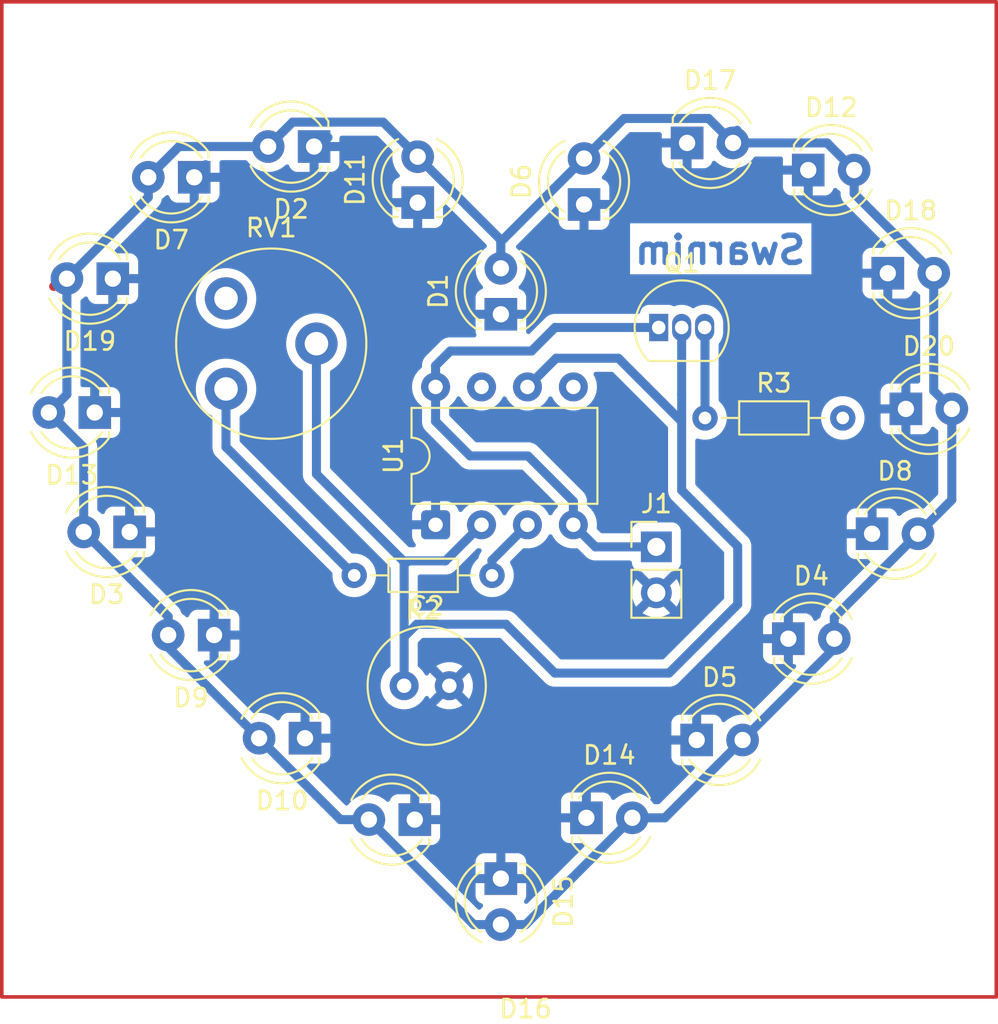
<source format=kicad_pcb>
(kicad_pcb (version 20241229) (generator "pcbnew") (generator_version "9.0")
  (layers (0 "F.Cu" signal) (2 "B.Cu" signal) (13 "F.Paste" user) (15 "B.Paste" user) (5 "F.SilkS" user "F.Silkscreen") (7 "B.SilkS" user "B.Silkscreen") (1 "F.Mask" user) (3 "B.Mask" user) (25 "Edge.Cuts" user))
  (net 0 "")
  (net 1 "Net-(Q1-B)")
  (net 2 "GND")
  (net 3 "Net-(D1-A)")
  (net 4 "VCC")
  (net 5 "Net-(Q1-E)")
  (net 6 "Net-(R2-Pad2)")
  (net 7 "Net-(U1-OUT)")
  (footprint "LED_THT:LED_D4.0mm" (layer "F.Cu") (at 71.74 78.5 180)
    (property "Reference" "D9" (at 1.27 -3.46 0) (layer "F.SilkS"))
    (property "Value" "LED")
    (fp_line (start -0.79 1.08) (end -0.79 1.399) (stroke (width 0.12)) (layer "F.SilkS"))
    (fp_line (start -0.79 -1.399) (end -0.79 -1.08) (stroke (width 0.12)) (layer "F.SilkS"))
    (fp_arc (start 3.513591 1.08) (mid 1.45392 2.483198) (end -0.79 1.398749) (stroke (width 0.12)) (layer "F.SilkS"))
    (fp_arc (start 2.95333 1.08) (mid 1.27 2) (end -0.41333 1.08) (stroke (width 0.12)) (layer "F.SilkS"))
    (fp_arc (start -0.41333 -1.08) (mid 1.27 -2) (end 2.95333 -1.08) (stroke (width 0.12)) (layer "F.SilkS"))
    (fp_arc (start -0.79 -1.398749) (mid 1.45392 -2.483198) (end 3.513591 -1.08) (stroke (width 0.12)) (layer "F.SilkS"))
    (pad "1" thru_hole rect (at 0 0 180) (size 1.8 1.8) (drill 0.9) (layers "*.Cu" "*.Mask") (net 2 "GND"))
    (pad "2" thru_hole circle (at 2.54 0 180) (size 1.8 1.8) (drill 0.9) (layers "*.Cu" "*.Mask") (net 3 "Net-(D1-A)"))
  )
  (footprint "LED_THT:LED_D4.0mm" (layer "F.Cu") (at 65.14 66.2 180)
    (property "Reference" "D13" (at 1.27 -3.46 0) (layer "F.SilkS"))
    (property "Value" "LED")
    (fp_line (start -0.79 1.08) (end -0.79 1.399) (stroke (width 0.12)) (layer "F.SilkS"))
    (fp_line (start -0.79 -1.399) (end -0.79 -1.08) (stroke (width 0.12)) (layer "F.SilkS"))
    (fp_arc (start 3.513591 1.08) (mid 1.45392 2.483198) (end -0.79 1.398749) (stroke (width 0.12)) (layer "F.SilkS"))
    (fp_arc (start 2.95333 1.08) (mid 1.27 2) (end -0.41333 1.08) (stroke (width 0.12)) (layer "F.SilkS"))
    (fp_arc (start -0.41333 -1.08) (mid 1.27 -2) (end 2.95333 -1.08) (stroke (width 0.12)) (layer "F.SilkS"))
    (fp_arc (start -0.79 -1.398749) (mid 1.45392 -2.483198) (end 3.513591 -1.08) (stroke (width 0.12)) (layer "F.SilkS"))
    (pad "1" thru_hole rect (at 0 0 180) (size 1.8 1.8) (drill 0.9) (layers "*.Cu" "*.Mask") (net 2 "GND"))
    (pad "2" thru_hole circle (at 2.54 0 180) (size 1.8 1.8) (drill 0.9) (layers "*.Cu" "*.Mask") (net 3 "Net-(D1-A)"))
  )
  (footprint "Package_DIP:DIP-8_W7.62mm" (layer "F.Cu") (at 83.99 72.405 90)
    (property "Reference" "U1" (at 3.81 -2.33 90) (layer "F.SilkS"))
    (property "Value" "NE555P")
    (fp_line (start 6.46 -1.33) (end 4.81 -1.33) (stroke (width 0.12)) (layer "F.SilkS"))
    (fp_line (start 2.81 -1.33) (end 1.16 -1.33) (stroke (width 0.12)) (layer "F.SilkS"))
    (fp_line (start 1.16 -1.33) (end 1.16 8.95) (stroke (width 0.12)) (layer "F.SilkS"))
    (fp_line (start 6.46 8.95) (end 6.46 -1.33) (stroke (width 0.12)) (layer "F.SilkS"))
    (fp_line (start 1.16 8.95) (end 6.46 8.95) (stroke (width 0.12)) (layer "F.SilkS"))
    (fp_arc (start 4.81 -1.33) (mid 3.81 -0.33) (end 2.81 -1.33) (stroke (width 0.12)) (layer "F.SilkS"))
    (pad "1" thru_hole roundrect (at 0 0 90) (size 1.6 1.6) (drill 0.8) (layers "*.Cu" "*.Mask") (roundrect_rratio 0.15625) (net 2 "GND"))
    (pad "2" thru_hole circle (at 0 2.54 90) (size 1.6 1.6) (drill 0.8) (layers "*.Cu" "*.Mask") (net 1 "Net-(Q1-B)"))
    (pad "3" thru_hole circle (at 0 5.08 90) (size 1.6 1.6) (drill 0.8) (layers "*.Cu" "*.Mask") (net 7 "Net-(U1-OUT)"))
    (pad "4" thru_hole circle (at 0 7.62 90) (size 1.6 1.6) (drill 0.8) (layers "*.Cu" "*.Mask") (net 4 "VCC"))
    (pad "5" thru_hole circle (at 7.62 7.62 90) (size 1.6 1.6) (drill 0.8) (layers "*.Cu" "*.Mask"))
    (pad "6" thru_hole circle (at 7.62 5.08 90) (size 1.6 1.6) (drill 0.8) (layers "*.Cu" "*.Mask") (net 1 "Net-(Q1-B)"))
    (pad "7" thru_hole circle (at 7.62 2.54 90) (size 1.6 1.6) (drill 0.8) (layers "*.Cu" "*.Mask"))
    (pad "8" thru_hole circle (at 7.62 0 90) (size 1.6 1.6) (drill 0.8) (layers "*.Cu" "*.Mask") (net 4 "VCC"))
  )
  (footprint "LED_THT:LED_D4.0mm" (layer "F.Cu") (at 67.07 72.8 180)
    (property "Reference" "D3" (at 1.27 -3.46 0) (layer "F.SilkS"))
    (property "Value" "LED")
    (fp_line (start -0.79 1.08) (end -0.79 1.399) (stroke (width 0.12)) (layer "F.SilkS"))
    (fp_line (start -0.79 -1.399) (end -0.79 -1.08) (stroke (width 0.12)) (layer "F.SilkS"))
    (fp_arc (start 3.513591 1.08) (mid 1.45392 2.483198) (end -0.79 1.398749) (stroke (width 0.12)) (layer "F.SilkS"))
    (fp_arc (start 2.95333 1.08) (mid 1.27 2) (end -0.41333 1.08) (stroke (width 0.12)) (layer "F.SilkS"))
    (fp_arc (start -0.41333 -1.08) (mid 1.27 -2) (end 2.95333 -1.08) (stroke (width 0.12)) (layer "F.SilkS"))
    (fp_arc (start -0.79 -1.398749) (mid 1.45392 -2.483198) (end 3.513591 -1.08) (stroke (width 0.12)) (layer "F.SilkS"))
    (pad "1" thru_hole rect (at 0 0 180) (size 1.8 1.8) (drill 0.9) (layers "*.Cu" "*.Mask") (net 2 "GND"))
    (pad "2" thru_hole circle (at 2.54 0 180) (size 1.8 1.8) (drill 0.9) (layers "*.Cu" "*.Mask") (net 3 "Net-(D1-A)"))
  )
  (footprint "Capacitor_THT:C_Radial_D6.3mm_H5.0mm_P2.50mm" (layer "F.Cu") (at 82.25 81.3)
    (property "Reference" "C2" (at 1.25 -4.4 0) (layer "F.SilkS"))
    (property "Value" "C_US")
    (fp_circle (center 1.25 0) (end 4.52 0) (stroke (width 0.12)) (fill no) (layer "F.SilkS"))
    (pad "1" thru_hole circle (at 0 0) (size 1.6 1.6) (drill 0.8) (layers "*.Cu" "*.Mask") (net 1 "Net-(Q1-B)"))
    (pad "2" thru_hole circle (at 2.5 0) (size 1.6 1.6) (drill 0.8) (layers "*.Cu" "*.Mask") (net 2 "GND"))
  )
  (footprint "LED_THT:LED_D4.0mm" (layer "F.Cu") (at 104.6 52.8)
    (property "Reference" "D12" (at 1.27 -3.46 0) (layer "F.SilkS"))
    (property "Value" "LED")
    (fp_line (start -0.79 -1.399) (end -0.79 -1.08) (stroke (width 0.12)) (layer "F.SilkS"))
    (fp_line (start -0.79 1.08) (end -0.79 1.399) (stroke (width 0.12)) (layer "F.SilkS"))
    (fp_arc (start -0.79 -1.398749) (mid 1.45392 -2.483198) (end 3.513591 -1.08) (stroke (width 0.12)) (layer "F.SilkS"))
    (fp_arc (start -0.41333 -1.08) (mid 1.27 -2) (end 2.95333 -1.08) (stroke (width 0.12)) (layer "F.SilkS"))
    (fp_arc (start 2.95333 1.08) (mid 1.27 2) (end -0.41333 1.08) (stroke (width 0.12)) (layer "F.SilkS"))
    (fp_arc (start 3.513591 1.08) (mid 1.45392 2.483198) (end -0.79 1.398749) (stroke (width 0.12)) (layer "F.SilkS"))
    (pad "1" thru_hole rect (at 0 0) (size 1.8 1.8) (drill 0.9) (layers "*.Cu" "*.Mask") (net 2 "GND"))
    (pad "2" thru_hole circle (at 2.54 0) (size 1.8 1.8) (drill 0.9) (layers "*.Cu" "*.Mask") (net 3 "Net-(D1-A)"))
  )
  (footprint "Resistor_THT:R_Axial_DIN0204_L3.6mm_D1.6mm_P7.62mm_Horizontal" (layer "F.Cu") (at 87.11 75.2 180)
    (property "Reference" "R2" (at 3.81 -1.92 0) (layer "F.SilkS"))
    (property "Value" "R")
    (fp_line (start 6.68 0) (end 5.73 0) (stroke (width 0.12)) (layer "F.SilkS"))
    (fp_line (start 0.94 0) (end 1.89 0) (stroke (width 0.12)) (layer "F.SilkS"))
    (fp_rect (start 1.89 -0.92) (end 5.73 0.92) (stroke (width 0.12)) (fill no) (layer "F.SilkS"))
    (pad "1" thru_hole circle (at 0 0 180) (size 1.4 1.4) (drill 0.7) (layers "*.Cu" "*.Mask") (net 7 "Net-(U1-OUT)"))
    (pad "2" thru_hole circle (at 7.62 0 180) (size 1.4 1.4) (drill 0.7) (layers "*.Cu" "*.Mask") (net 6 "Net-(R2-Pad2)"))
  )
  (footprint "LED_THT:LED_D4.0mm" (layer "F.Cu") (at 70.64 53.2 180)
    (property "Reference" "D7" (at 1.27 -3.46 0) (layer "F.SilkS"))
    (property "Value" "LED")
    (fp_line (start -0.79 1.08) (end -0.79 1.399) (stroke (width 0.12)) (layer "F.SilkS"))
    (fp_line (start -0.79 -1.399) (end -0.79 -1.08) (stroke (width 0.12)) (layer "F.SilkS"))
    (fp_arc (start 3.513591 1.08) (mid 1.45392 2.483198) (end -0.79 1.398749) (stroke (width 0.12)) (layer "F.SilkS"))
    (fp_arc (start 2.95333 1.08) (mid 1.27 2) (end -0.41333 1.08) (stroke (width 0.12)) (layer "F.SilkS"))
    (fp_arc (start -0.41333 -1.08) (mid 1.27 -2) (end 2.95333 -1.08) (stroke (width 0.12)) (layer "F.SilkS"))
    (fp_arc (start -0.79 -1.398749) (mid 1.45392 -2.483198) (end 3.513591 -1.08) (stroke (width 0.12)) (layer "F.SilkS"))
    (pad "1" thru_hole rect (at 0 0 180) (size 1.8 1.8) (drill 0.9) (layers "*.Cu" "*.Mask") (net 2 "GND"))
    (pad "2" thru_hole circle (at 2.54 0 180) (size 1.8 1.8) (drill 0.9) (layers "*.Cu" "*.Mask") (net 3 "Net-(D1-A)"))
  )
  (footprint "LED_THT:LED_D4.0mm" (layer "F.Cu") (at 66.14 58.8 180)
    (property "Reference" "D19" (at 1.27 -3.46 0) (layer "F.SilkS"))
    (property "Value" "LED")
    (fp_line (start -0.79 1.08) (end -0.79 1.399) (stroke (width 0.12)) (layer "F.SilkS"))
    (fp_line (start -0.79 -1.399) (end -0.79 -1.08) (stroke (width 0.12)) (layer "F.SilkS"))
    (fp_arc (start 3.513591 1.08) (mid 1.45392 2.483198) (end -0.79 1.398749) (stroke (width 0.12)) (layer "F.SilkS"))
    (fp_arc (start 2.95333 1.08) (mid 1.27 2) (end -0.41333 1.08) (stroke (width 0.12)) (layer "F.SilkS"))
    (fp_arc (start -0.41333 -1.08) (mid 1.27 -2) (end 2.95333 -1.08) (stroke (width 0.12)) (layer "F.SilkS"))
    (fp_arc (start -0.79 -1.398749) (mid 1.45392 -2.483198) (end 3.513591 -1.08) (stroke (width 0.12)) (layer "F.SilkS"))
    (pad "1" thru_hole rect (at 0 0 180) (size 1.8 1.8) (drill 0.9) (layers "*.Cu" "*.Mask") (net 2 "GND"))
    (pad "2" thru_hole circle (at 2.54 0 180) (size 1.8 1.8) (drill 0.9) (layers "*.Cu" "*.Mask") (net 3 "Net-(D1-A)"))
  )
  (footprint "LED_THT:LED_D4.0mm" (layer "F.Cu") (at 110 66)
    (property "Reference" "D20" (at 1.27 -3.46 0) (layer "F.SilkS"))
    (property "Value" "LED")
    (fp_line (start -0.79 -1.399) (end -0.79 -1.08) (stroke (width 0.12)) (layer "F.SilkS"))
    (fp_line (start -0.79 1.08) (end -0.79 1.399) (stroke (width 0.12)) (layer "F.SilkS"))
    (fp_arc (start -0.79 -1.398749) (mid 1.45392 -2.483198) (end 3.513591 -1.08) (stroke (width 0.12)) (layer "F.SilkS"))
    (fp_arc (start -0.41333 -1.08) (mid 1.27 -2) (end 2.95333 -1.08) (stroke (width 0.12)) (layer "F.SilkS"))
    (fp_arc (start 2.95333 1.08) (mid 1.27 2) (end -0.41333 1.08) (stroke (width 0.12)) (layer "F.SilkS"))
    (fp_arc (start 3.513591 1.08) (mid 1.45392 2.483198) (end -0.79 1.398749) (stroke (width 0.12)) (layer "F.SilkS"))
    (pad "1" thru_hole rect (at 0 0) (size 1.8 1.8) (drill 0.9) (layers "*.Cu" "*.Mask") (net 2 "GND"))
    (pad "2" thru_hole circle (at 2.54 0) (size 1.8 1.8) (drill 0.9) (layers "*.Cu" "*.Mask") (net 3 "Net-(D1-A)"))
  )
  (footprint "LED_THT:LED_D4.0mm" (layer "F.Cu") (at 92.33 88.6)
    (property "Reference" "D14" (at 1.27 -3.46 0) (layer "F.SilkS"))
    (property "Value" "LED")
    (fp_line (start -0.79 -1.399) (end -0.79 -1.08) (stroke (width 0.12)) (layer "F.SilkS"))
    (fp_line (start -0.79 1.08) (end -0.79 1.399) (stroke (width 0.12)) (layer "F.SilkS"))
    (fp_arc (start -0.79 -1.398749) (mid 1.45392 -2.483198) (end 3.513591 -1.08) (stroke (width 0.12)) (layer "F.SilkS"))
    (fp_arc (start -0.41333 -1.08) (mid 1.27 -2) (end 2.95333 -1.08) (stroke (width 0.12)) (layer "F.SilkS"))
    (fp_arc (start 2.95333 1.08) (mid 1.27 2) (end -0.41333 1.08) (stroke (width 0.12)) (layer "F.SilkS"))
    (fp_arc (start 3.513591 1.08) (mid 1.45392 2.483198) (end -0.79 1.398749) (stroke (width 0.12)) (layer "F.SilkS"))
    (pad "1" thru_hole rect (at 0 0) (size 1.8 1.8) (drill 0.9) (layers "*.Cu" "*.Mask") (net 2 "GND"))
    (pad "2" thru_hole circle (at 2.54 0) (size 1.8 1.8) (drill 0.9) (layers "*.Cu" "*.Mask") (net 3 "Net-(D1-A)"))
  )
  (footprint "LED_THT:LED_D4.0mm" (layer "F.Cu") (at 87.6 91.96 -90)
    (property "Reference" "D15" (at 1.27 -3.46 90) (layer "F.SilkS"))
    (property "Value" "LED")
    (fp_line (start -0.79 1.08) (end -0.79 1.399) (stroke (width 0.12)) (layer "F.SilkS"))
    (fp_line (start -0.79 -1.399) (end -0.79 -1.08) (stroke (width 0.12)) (layer "F.SilkS"))
    (fp_arc (start 2.95333 1.08) (mid 1.27 2) (end -0.41333 1.08) (stroke (width 0.12)) (layer "F.SilkS"))
    (fp_arc (start 3.513591 1.08) (mid 1.45392 2.483198) (end -0.79 1.398749) (stroke (width 0.12)) (layer "F.SilkS"))
    (fp_arc (start -0.41333 -1.08) (mid 1.27 -2) (end 2.95333 -1.08) (stroke (width 0.12)) (layer "F.SilkS"))
    (fp_arc (start -0.79 -1.398749) (mid 1.45392 -2.483198) (end 3.513591 -1.08) (stroke (width 0.12)) (layer "F.SilkS"))
    (pad "1" thru_hole rect (at 0 0 270) (size 1.8 1.8) (drill 0.9) (layers "*.Cu" "*.Mask") (net 2 "GND"))
    (pad "2" thru_hole circle (at 2.54 0 270) (size 1.8 1.8) (drill 0.9) (layers "*.Cu" "*.Mask") (net 3 "Net-(D1-A)"))
  )
  (footprint "Potentiometer_THT:Potentiometer_Piher_PT-10-V05_Vertical" (layer "F.Cu") (at 72.4 64.895)
    (property "Reference" "RV1" (at 2.5 -8.9 0) (layer "F.SilkS"))
    (property "Value" "R_Potentiometer_Small")
    (fp_circle (center 2.5 -2.5) (end 7.76 -2.5) (stroke (width 0.12)) (fill no) (layer "F.SilkS"))
    (pad "1" thru_hole circle (at 0 0) (size 2.34 2.34) (drill 1.3) (layers "*.Cu" "*.Mask") (net 6 "Net-(R2-Pad2)"))
    (pad "2" thru_hole circle (at 5 -2.5) (size 2.34 2.34) (drill 1.3) (layers "*.Cu" "*.Mask") (net 1 "Net-(Q1-B)"))
    (pad "3" thru_hole circle (at 0 -5) (size 2.34 2.34) (drill 1.3) (layers "*.Cu" "*.Mask"))
  )
  (footprint "LED_THT:LED_D4.0mm" (layer "F.Cu") (at 103.5 78.7)
    (property "Reference" "D4" (at 1.27 -3.46 0) (layer "F.SilkS"))
    (property "Value" "LED")
    (fp_line (start -0.79 -1.399) (end -0.79 -1.08) (stroke (width 0.12)) (layer "F.SilkS"))
    (fp_line (start -0.79 1.08) (end -0.79 1.399) (stroke (width 0.12)) (layer "F.SilkS"))
    (fp_arc (start -0.79 -1.398749) (mid 1.45392 -2.483198) (end 3.513591 -1.08) (stroke (width 0.12)) (layer "F.SilkS"))
    (fp_arc (start -0.41333 -1.08) (mid 1.27 -2) (end 2.95333 -1.08) (stroke (width 0.12)) (layer "F.SilkS"))
    (fp_arc (start 2.95333 1.08) (mid 1.27 2) (end -0.41333 1.08) (stroke (width 0.12)) (layer "F.SilkS"))
    (fp_arc (start 3.513591 1.08) (mid 1.45392 2.483198) (end -0.79 1.398749) (stroke (width 0.12)) (layer "F.SilkS"))
    (pad "1" thru_hole rect (at 0 0) (size 1.8 1.8) (drill 0.9) (layers "*.Cu" "*.Mask") (net 2 "GND"))
    (pad "2" thru_hole circle (at 2.54 0) (size 1.8 1.8) (drill 0.9) (layers "*.Cu" "*.Mask") (net 3 "Net-(D1-A)"))
  )
  (footprint "LED_THT:LED_D4.0mm" (layer "F.Cu") (at 87.6 60.77 90)
    (property "Reference" "D1" (at 1.27 -3.46 90) (layer "F.SilkS"))
    (property "Value" "LED")
    (fp_line (start -0.79 -1.399) (end -0.79 -1.08) (stroke (width 0.12)) (layer "F.SilkS"))
    (fp_line (start -0.79 1.08) (end -0.79 1.399) (stroke (width 0.12)) (layer "F.SilkS"))
    (fp_arc (start -0.79 -1.398749) (mid 1.45392 -2.483198) (end 3.513591 -1.08) (stroke (width 0.12)) (layer "F.SilkS"))
    (fp_arc (start -0.41333 -1.08) (mid 1.27 -2) (end 2.95333 -1.08) (stroke (width 0.12)) (layer "F.SilkS"))
    (fp_arc (start 3.513591 1.08) (mid 1.45392 2.483198) (end -0.79 1.398749) (stroke (width 0.12)) (layer "F.SilkS"))
    (fp_arc (start 2.95333 1.08) (mid 1.27 2) (end -0.41333 1.08) (stroke (width 0.12)) (layer "F.SilkS"))
    (pad "1" thru_hole rect (at 0 0 90) (size 1.8 1.8) (drill 0.9) (layers "*.Cu" "*.Mask") (net 2 "GND"))
    (pad "2" thru_hole circle (at 2.54 0 90) (size 1.8 1.8) (drill 0.9) (layers "*.Cu" "*.Mask") (net 3 "Net-(D1-A)"))
  )
  (footprint "LED_THT:LED_D4.0mm" (layer "F.Cu") (at 97.9 51.3)
    (property "Reference" "D17" (at 1.27 -3.46 0) (layer "F.SilkS"))
    (property "Value" "LED")
    (fp_line (start -0.79 -1.399) (end -0.79 -1.08) (stroke (width 0.12)) (layer "F.SilkS"))
    (fp_line (start -0.79 1.08) (end -0.79 1.399) (stroke (width 0.12)) (layer "F.SilkS"))
    (fp_arc (start -0.79 -1.398749) (mid 1.45392 -2.483198) (end 3.513591 -1.08) (stroke (width 0.12)) (layer "F.SilkS"))
    (fp_arc (start -0.41333 -1.08) (mid 1.27 -2) (end 2.95333 -1.08) (stroke (width 0.12)) (layer "F.SilkS"))
    (fp_arc (start 2.95333 1.08) (mid 1.27 2) (end -0.41333 1.08) (stroke (width 0.12)) (layer "F.SilkS"))
    (fp_arc (start 3.513591 1.08) (mid 1.45392 2.483198) (end -0.79 1.398749) (stroke (width 0.12)) (layer "F.SilkS"))
    (pad "1" thru_hole rect (at 0 0) (size 1.8 1.8) (drill 0.9) (layers "*.Cu" "*.Mask") (net 2 "GND"))
    (pad "2" thru_hole circle (at 2.54 0) (size 1.8 1.8) (drill 0.9) (layers "*.Cu" "*.Mask") (net 3 "Net-(D1-A)"))
  )
  (footprint "LED_THT:LED_D4.0mm" (layer "F.Cu") (at 92.2 54.7 90)
    (property "Reference" "D6" (at 1.27 -3.46 90) (layer "F.SilkS"))
    (property "Value" "LED")
    (fp_line (start -0.79 -1.399) (end -0.79 -1.08) (stroke (width 0.12)) (layer "F.SilkS"))
    (fp_line (start -0.79 1.08) (end -0.79 1.399) (stroke (width 0.12)) (layer "F.SilkS"))
    (fp_arc (start -0.79 -1.398749) (mid 1.45392 -2.483198) (end 3.513591 -1.08) (stroke (width 0.12)) (layer "F.SilkS"))
    (fp_arc (start -0.41333 -1.08) (mid 1.27 -2) (end 2.95333 -1.08) (stroke (width 0.12)) (layer "F.SilkS"))
    (fp_arc (start 3.513591 1.08) (mid 1.45392 2.483198) (end -0.79 1.398749) (stroke (width 0.12)) (layer "F.SilkS"))
    (fp_arc (start 2.95333 1.08) (mid 1.27 2) (end -0.41333 1.08) (stroke (width 0.12)) (layer "F.SilkS"))
    (pad "1" thru_hole rect (at 0 0 90) (size 1.8 1.8) (drill 0.9) (layers "*.Cu" "*.Mask") (net 2 "GND"))
    (pad "2" thru_hole circle (at 2.54 0 90) (size 1.8 1.8) (drill 0.9) (layers "*.Cu" "*.Mask") (net 3 "Net-(D1-A)"))
  )
  (footprint "LED_THT:LED_D4.0mm" (layer "F.Cu") (at 77.27 51.5 180)
    (property "Reference" "D2" (at 1.27 -3.46 0) (layer "F.SilkS"))
    (property "Value" "LED")
    (fp_line (start -0.79 1.08) (end -0.79 1.399) (stroke (width 0.12)) (layer "F.SilkS"))
    (fp_line (start -0.79 -1.399) (end -0.79 -1.08) (stroke (width 0.12)) (layer "F.SilkS"))
    (fp_arc (start 3.513591 1.08) (mid 1.45392 2.483198) (end -0.79 1.398749) (stroke (width 0.12)) (layer "F.SilkS"))
    (fp_arc (start 2.95333 1.08) (mid 1.27 2) (end -0.41333 1.08) (stroke (width 0.12)) (layer "F.SilkS"))
    (fp_arc (start -0.41333 -1.08) (mid 1.27 -2) (end 2.95333 -1.08) (stroke (width 0.12)) (layer "F.SilkS"))
    (fp_arc (start -0.79 -1.398749) (mid 1.45392 -2.483198) (end 3.513591 -1.08) (stroke (width 0.12)) (layer "F.SilkS"))
    (pad "1" thru_hole rect (at 0 0 180) (size 1.8 1.8) (drill 0.9) (layers "*.Cu" "*.Mask") (net 2 "GND"))
    (pad "2" thru_hole circle (at 2.54 0 180) (size 1.8 1.8) (drill 0.9) (layers "*.Cu" "*.Mask") (net 3 "Net-(D1-A)"))
  )
  (footprint "LED_THT:LED_D4.0mm" (layer "F.Cu") (at 98.43 84.3)
    (property "Reference" "D5" (at 1.27 -3.46 0) (layer "F.SilkS"))
    (property "Value" "LED")
    (fp_line (start -0.79 -1.399) (end -0.79 -1.08) (stroke (width 0.12)) (layer "F.SilkS"))
    (fp_line (start -0.79 1.08) (end -0.79 1.399) (stroke (width 0.12)) (layer "F.SilkS"))
    (fp_arc (start -0.79 -1.398749) (mid 1.45392 -2.483198) (end 3.513591 -1.08) (stroke (width 0.12)) (layer "F.SilkS"))
    (fp_arc (start -0.41333 -1.08) (mid 1.27 -2) (end 2.95333 -1.08) (stroke (width 0.12)) (layer "F.SilkS"))
    (fp_arc (start 2.95333 1.08) (mid 1.27 2) (end -0.41333 1.08) (stroke (width 0.12)) (layer "F.SilkS"))
    (fp_arc (start 3.513591 1.08) (mid 1.45392 2.483198) (end -0.79 1.398749) (stroke (width 0.12)) (layer "F.SilkS"))
    (pad "1" thru_hole rect (at 0 0) (size 1.8 1.8) (drill 0.9) (layers "*.Cu" "*.Mask") (net 2 "GND"))
    (pad "2" thru_hole circle (at 2.54 0) (size 1.8 1.8) (drill 0.9) (layers "*.Cu" "*.Mask") (net 3 "Net-(D1-A)"))
  )
  (footprint "Connector_PinHeader_2.54mm:PinHeader_1x02_P2.54mm_Vertical" (layer "F.Cu") (at 96.2 73.625)
    (property "Reference" "J1" (at 0 -2.38 0) (layer "F.SilkS"))
    (property "Value" "Conn_01x02_Pin")
    (fp_line (start -1.38 -1.38) (end 0 -1.38) (stroke (width 0.12)) (layer "F.SilkS"))
    (fp_line (start -1.38 0) (end -1.38 -1.38) (stroke (width 0.12)) (layer "F.SilkS"))
    (fp_line (start -1.38 1.27) (end -1.38 3.92) (stroke (width 0.12)) (layer "F.SilkS"))
    (fp_line (start -1.38 1.27) (end 1.38 1.27) (stroke (width 0.12)) (layer "F.SilkS"))
    (fp_line (start -1.38 3.92) (end 1.38 3.92) (stroke (width 0.12)) (layer "F.SilkS"))
    (fp_line (start 1.38 1.27) (end 1.38 3.92) (stroke (width 0.12)) (layer "F.SilkS"))
    (pad "1" thru_hole rect (at 0 0) (size 1.7 1.7) (drill 1) (layers "*.Cu" "*.Mask") (net 4 "VCC"))
    (pad "2" thru_hole circle (at 0 2.54) (size 1.7 1.7) (drill 1) (layers "*.Cu" "*.Mask") (net 2 "GND"))
  )
  (footprint "Resistor_THT:R_Axial_DIN0204_L3.6mm_D1.6mm_P7.62mm_Horizontal" (layer "F.Cu") (at 98.89 66.5)
    (property "Reference" "R3" (at 3.81 -1.92 0) (layer "F.SilkS"))
    (property "Value" "R")
    (fp_line (start 0.94 0) (end 1.89 0) (stroke (width 0.12)) (layer "F.SilkS"))
    (fp_line (start 6.68 0) (end 5.73 0) (stroke (width 0.12)) (layer "F.SilkS"))
    (fp_rect (start 1.89 -0.92) (end 5.73 0.92) (stroke (width 0.12)) (fill no) (layer "F.SilkS"))
    (pad "1" thru_hole circle (at 0 0) (size 1.4 1.4) (drill 0.7) (layers "*.Cu" "*.Mask") (net 5 "Net-(Q1-E)"))
    (pad "2" thru_hole circle (at 7.62 0) (size 1.4 1.4) (drill 0.7) (layers "*.Cu" "*.Mask") (net 3 "Net-(D1-A)"))
  )
  (footprint "LED_THT:LED_D4.0mm" (layer "F.Cu") (at 83 54.6 90)
    (property "Reference" "D11" (at 1.27 -3.46 90) (layer "F.SilkS"))
    (property "Value" "LED")
    (fp_line (start -0.79 -1.399) (end -0.79 -1.08) (stroke (width 0.12)) (layer "F.SilkS"))
    (fp_line (start -0.79 1.08) (end -0.79 1.399) (stroke (width 0.12)) (layer "F.SilkS"))
    (fp_arc (start -0.79 -1.398749) (mid 1.45392 -2.483198) (end 3.513591 -1.08) (stroke (width 0.12)) (layer "F.SilkS"))
    (fp_arc (start -0.41333 -1.08) (mid 1.27 -2) (end 2.95333 -1.08) (stroke (width 0.12)) (layer "F.SilkS"))
    (fp_arc (start 3.513591 1.08) (mid 1.45392 2.483198) (end -0.79 1.398749) (stroke (width 0.12)) (layer "F.SilkS"))
    (fp_arc (start 2.95333 1.08) (mid 1.27 2) (end -0.41333 1.08) (stroke (width 0.12)) (layer "F.SilkS"))
    (pad "1" thru_hole rect (at 0 0 90) (size 1.8 1.8) (drill 0.9) (layers "*.Cu" "*.Mask") (net 2 "GND"))
    (pad "2" thru_hole circle (at 2.54 0 90) (size 1.8 1.8) (drill 0.9) (layers "*.Cu" "*.Mask") (net 3 "Net-(D1-A)"))
  )
  (footprint "LED_THT:LED_D4.0mm" (layer "F.Cu") (at 76.77 84.2 180)
    (property "Reference" "D10" (at 1.27 -3.46 0) (layer "F.SilkS"))
    (property "Value" "LED")
    (fp_line (start -0.79 1.08) (end -0.79 1.399) (stroke (width 0.12)) (layer "F.SilkS"))
    (fp_line (start -0.79 -1.399) (end -0.79 -1.08) (stroke (width 0.12)) (layer "F.SilkS"))
    (fp_arc (start 3.513591 1.08) (mid 1.45392 2.483198) (end -0.79 1.398749) (stroke (width 0.12)) (layer "F.SilkS"))
    (fp_arc (start 2.95333 1.08) (mid 1.27 2) (end -0.41333 1.08) (stroke (width 0.12)) (layer "F.SilkS"))
    (fp_arc (start -0.41333 -1.08) (mid 1.27 -2) (end 2.95333 -1.08) (stroke (width 0.12)) (layer "F.SilkS"))
    (fp_arc (start -0.79 -1.398749) (mid 1.45392 -2.483198) (end 3.513591 -1.08) (stroke (width 0.12)) (layer "F.SilkS"))
    (pad "1" thru_hole rect (at 0 0 180) (size 1.8 1.8) (drill 0.9) (layers "*.Cu" "*.Mask") (net 2 "GND"))
    (pad "2" thru_hole circle (at 2.54 0 180) (size 1.8 1.8) (drill 0.9) (layers "*.Cu" "*.Mask") (net 3 "Net-(D1-A)"))
  )
  (footprint "LED_THT:LED_D4.0mm" (layer "F.Cu") (at 82.84 88.7 180)
    (property "Reference" "D16" (at -6.13 -10.46 0) (layer "F.SilkS"))
    (property "Value" "LED")
    (fp_line (start -0.79 1.08) (end -0.79 1.399) (stroke (width 0.12)) (layer "F.SilkS"))
    (fp_line (start -0.79 -1.399) (end -0.79 -1.08) (stroke (width 0.12)) (layer "F.SilkS"))
    (fp_arc (start 3.513591 1.08) (mid 1.45392 2.483198) (end -0.79 1.398749) (stroke (width 0.12)) (layer "F.SilkS"))
    (fp_arc (start 2.95333 1.08) (mid 1.27 2) (end -0.41333 1.08) (stroke (width 0.12)) (layer "F.SilkS"))
    (fp_arc (start -0.41333 -1.08) (mid 1.27 -2) (end 2.95333 -1.08) (stroke (width 0.12)) (layer "F.SilkS"))
    (fp_arc (start -0.79 -1.398749) (mid 1.45392 -2.483198) (end 3.513591 -1.08) (stroke (width 0.12)) (layer "F.SilkS"))
    (pad "1" thru_hole rect (at 0 0 180) (size 1.8 1.8) (drill 0.9) (layers "*.Cu" "*.Mask") (net 2 "GND"))
    (pad "2" thru_hole circle (at 2.54 0 180) (size 1.8 1.8) (drill 0.9) (layers "*.Cu" "*.Mask") (net 3 "Net-(D1-A)"))
  )
  (footprint "LED_THT:LED_D4.0mm" (layer "F.Cu") (at 108.13 72.9)
    (property "Reference" "D8" (at 1.27 -3.46 0) (layer "F.SilkS"))
    (property "Value" "LED")
    (fp_line (start -0.79 -1.399) (end -0.79 -1.08) (stroke (width 0.12)) (layer "F.SilkS"))
    (fp_line (start -0.79 1.08) (end -0.79 1.399) (stroke (width 0.12)) (layer "F.SilkS"))
    (fp_arc (start -0.79 -1.398749) (mid 1.45392 -2.483198) (end 3.513591 -1.08) (stroke (width 0.12)) (layer "F.SilkS"))
    (fp_arc (start -0.41333 -1.08) (mid 1.27 -2) (end 2.95333 -1.08) (stroke (width 0.12)) (layer "F.SilkS"))
    (fp_arc (start 2.95333 1.08) (mid 1.27 2) (end -0.41333 1.08) (stroke (width 0.12)) (layer "F.SilkS"))
    (fp_arc (start 3.513591 1.08) (mid 1.45392 2.483198) (end -0.79 1.398749) (stroke (width 0.12)) (layer "F.SilkS"))
    (pad "1" thru_hole rect (at 0 0) (size 1.8 1.8) (drill 0.9) (layers "*.Cu" "*.Mask") (net 2 "GND"))
    (pad "2" thru_hole circle (at 2.54 0) (size 1.8 1.8) (drill 0.9) (layers "*.Cu" "*.Mask") (net 3 "Net-(D1-A)"))
  )
  (footprint "Package_TO_SOT_THT:TO-92_Inline" (layer "F.Cu") (at 96.33 61.5)
    (property "Reference" "Q1" (at 1.27 -3.56 0) (layer "F.SilkS"))
    (property "Value" "BC547")
    (fp_line (start -0.53 1.85) (end 3.07 1.85) (stroke (width 0.12)) (layer "F.SilkS"))
    (fp_arc (start -0.568478 1.838478) (mid -1.132087 -0.994977) (end 1.27 -2.6) (stroke (width 0.12)) (layer "F.SilkS"))
    (fp_arc (start 1.27 -2.6) (mid 3.672087 -0.994977) (end 3.108478 1.838478) (stroke (width 0.12)) (layer "F.SilkS"))
    (pad "1" thru_hole rect (at 0 0) (size 1.05 1.5) (drill 0.75) (layers "*.Cu" "*.Mask") (net 4 "VCC"))
    (pad "2" thru_hole oval (at 1.27 0) (size 1.05 1.5) (drill 0.75) (layers "*.Cu" "*.Mask") (net 1 "Net-(Q1-B)"))
    (pad "3" thru_hole oval (at 2.54 0) (size 1.05 1.5) (drill 0.75) (layers "*.Cu" "*.Mask") (net 5 "Net-(Q1-E)"))
  )
  (footprint "LED_THT:LED_D4.0mm" (layer "F.Cu") (at 109 58.5)
    (property "Reference" "D18" (at 1.27 -3.46 0) (layer "F.SilkS"))
    (property "Value" "LED")
    (fp_line (start -0.79 -1.399) (end -0.79 -1.08) (stroke (width 0.12)) (layer "F.SilkS"))
    (fp_line (start -0.79 1.08) (end -0.79 1.399) (stroke (width 0.12)) (layer "F.SilkS"))
    (fp_arc (start -0.79 -1.398749) (mid 1.45392 -2.483198) (end 3.513591 -1.08) (stroke (width 0.12)) (layer "F.SilkS"))
    (fp_arc (start -0.41333 -1.08) (mid 1.27 -2) (end 2.95333 -1.08) (stroke (width 0.12)) (layer "F.SilkS"))
    (fp_arc (start 2.95333 1.08) (mid 1.27 2) (end -0.41333 1.08) (stroke (width 0.12)) (layer "F.SilkS"))
    (fp_arc (start 3.513591 1.08) (mid 1.45392 2.483198) (end -0.79 1.398749) (stroke (width 0.12)) (layer "F.SilkS"))
    (pad "1" thru_hole rect (at 0 0) (size 1.8 1.8) (drill 0.9) (layers "*.Cu" "*.Mask") (net 2 "GND"))
    (pad "2" thru_hole circle (at 2.54 0) (size 1.8 1.8) (drill 0.9) (layers "*.Cu" "*.Mask") (net 3 "Net-(D1-A)"))
  )
  (gr_rect (start 60 43.5) (end 115 98.5) (stroke (width 0.2)) (fill no) (layer "F.Cu") (net 3))
  (gr_text "Swarnim" (at 104.6 58.1 0) (layer "B.Cu") (effects (font (size 1.5 1.5) (thickness 0.3) (bold yes)) (justify left bottom mirror)))
  (segment (start 77.4 62.395) (end 77.4 69.6) (width 0.5) (layer "B.Cu") (net 1))
  (segment (start 97.6 66.7) (end 97.6 70.5) (width 0.5) (layer "B.Cu") (net 1))
  (segment (start 94.1 63.2) (end 97.6 66.7) (width 0.5) (layer "B.Cu") (net 1))
  (segment (start 97.6 70.5) (end 100.7 73.6) (width 0.5) (layer "B.Cu") (net 1))
  (segment (start 97.6 65.2) (end 97.6 66.7) (width 0.5) (layer "B.Cu") (net 1))
  (segment (start 82.95 77.9) (end 82.25 78.6) (width 0.5) (layer "B.Cu") (net 1))
  (segment (start 100.7 76.8) (end 96.9 80.6) (width 0.5) (layer "B.Cu") (net 1))
  (segment (start 82.4 74.4) (end 84.535 74.4) (width 0.5) (layer "B.Cu") (net 1))
  (segment (start 90.584182 80.6) (end 87.884182 77.9) (width 0.5) (layer "B.Cu") (net 1))
  (segment (start 90.655 63.2) (end 94.1 63.2) (width 0.5) (layer "B.Cu") (net 1))
  (segment (start 82.45 74.45) (end 82.4 74.4) (width 0.5) (layer "B.Cu") (net 1))
  (segment (start 84.535 74.4) (end 86.53 72.405) (width 0.5) (layer "B.Cu") (net 1))
  (segment (start 82.25 78.6) (end 82.25 74.45) (width 0.5) (layer "B.Cu") (net 1))
  (segment (start 89.07 64.785) (end 90.655 63.2) (width 0.5) (layer "B.Cu") (net 1))
  (segment (start 100.7 73.6) (end 100.7 76.8) (width 0.5) (layer "B.Cu") (net 1))
  (segment (start 87.884182 77.9) (end 82.95 77.9) (width 0.5) (layer "B.Cu") (net 1))
  (segment (start 97.6 61.5) (end 97.6 65.2) (width 0.5) (layer "B.Cu") (net 1))
  (segment (start 82.2 74.4) (end 82.4 74.4) (width 0.5) (layer "B.Cu") (net 1))
  (segment (start 77.4 69.6) (end 82.2 74.4) (width 0.5) (layer "B.Cu") (net 1))
  (segment (start 82.25 81.3) (end 82.25 78.6) (width 0.5) (layer "B.Cu") (net 1))
  (segment (start 82.25 74.45) (end 82.2 74.4) (width 0.5) (layer "B.Cu") (net 1))
  (segment (start 96.9 80.6) (end 90.584182 80.6) (width 0.5) (layer "B.Cu") (net 1))
  (segment (start 71.27 52.5) (end 71.27 53.27) (width 0.5) (layer "B.Cu") (net 2))
  (segment (start 78.04 51) (end 77.8 51) (width 0.5) (layer "B.Cu") (net 2))
  (segment (start 77.8 51) (end 77.6 51.2) (width 0.5) (layer "B.Cu") (net 2))
  (segment (start 62.87 59.23) (end 63.6 58.5) (width 0.5) (layer "F.Cu") (net 3))
  (segment (start 76.081 50.149) (end 81.089 50.149) (width 0.5) (layer "B.Cu") (net 3))
  (segment (start 87.6 94.5) (end 86.1 94.5) (width 0.5) (layer "B.Cu") (net 3))
  (segment (start 87.6 56.76) (end 92.2 52.16) (width 0.5) (layer "B.Cu") (net 3))
  (segment (start 64.53 72.8) (end 64.53 68.13) (width 0.5) (layer "B.Cu") (net 3))
  (segment (start 88.97 94.5) (end 87.6 94.5) (width 0.5) (layer "B.Cu") (net 3))
  (segment (start 87.6 58.23) (end 87.6 56.76) (width 0.5) (layer "B.Cu") (net 3))
  (segment (start 80.3 88.7) (end 78.73 88.7) (width 0.5) (layer "B.Cu") (net 3))
  (segment (start 87.6 56.66) (end 87.6 58.23) (width 0.5) (layer "B.Cu") (net 3))
  (segment (start 74.73 51.5) (end 76.081 50.149) (width 0.5) (layer "B.Cu") (net 3))
  (segment (start 112.54 66) (end 112.54 71.03) (width 0.5) (layer "B.Cu") (net 3))
  (segment (start 112.54 71.03) (end 110.67 72.9) (width 0.5) (layer "B.Cu") (net 3))
  (segment (start 63.6 65.2) (end 63.6 58.8) (width 0.5) (layer "B.Cu") (net 3))
  (segment (start 107.14 52.8) (end 107.14 54.1) (width 0.5) (layer "B.Cu") (net 3))
  (segment (start 83 52.06) (end 87.6 56.66) (width 0.5) (layer "B.Cu") (net 3))
  (segment (start 69.2 77.47) (end 64.53 72.8) (width 0.5) (layer "B.Cu") (net 3))
  (segment (start 111.54 58.5) (end 111.54 65) (width 0.5) (layer "B.Cu") (net 3))
  (segment (start 62.6 66.2) (end 63.6 65.2) (width 0.5) (layer "B.Cu") (net 3))
  (segment (start 100.67 50.6) (end 99.77 51.5) (width 0.5) (layer "B.Cu") (net 3))
  (segment (start 111.54 65) (end 112.54 66) (width 0.5) (layer "B.Cu") (net 3))
  (segment (start 106.04 79.23) (end 100.97 84.3) (width 0.5) (layer "B.Cu") (net 3))
  (segment (start 96.67 88.6) (end 94.87 88.6) (width 0.5) (layer "B.Cu") (net 3))
  (segment (start 78.73 88.7) (end 74.23 84.2) (width 0.5) (layer "B.Cu") (net 3))
  (segment (start 107.14 54.1) (end 111.54 58.5) (width 0.5) (layer "B.Cu") (net 3))
  (segment (start 106.04 77.53) (end 106.04 78.7) (width 0.5) (layer "B.Cu") (net 3))
  (segment (start 94.87 88.6) (end 88.97 94.5) (width 0.5) (layer "B.Cu") (net 3))
  (segment (start 68.1 54.3) (end 68.1 53.2) (width 0.5) (layer "B.Cu") (net 3))
  (segment (start 105.64 51.3) (end 107.14 52.8) (width 0.5) (layer "B.Cu") (net 3))
  (segment (start 63.6 58.8) (end 68.1 54.3) (width 0.5) (layer "B.Cu") (net 3))
  (segment (start 69.2 78.5) (end 69.2 77.47) (width 0.5) (layer "B.Cu") (net 3))
  (segment (start 74.23 84.2) (end 69.2 79.17) (width 0.5) (layer "B.Cu") (net 3))
  (segment (start 106.04 78.7) (end 106.04 79.23) (width 0.5) (layer "B.Cu") (net 3))
  (segment (start 81.089 50.149) (end 83 52.06) (width 0.5) (layer "B.Cu") (net 3))
  (segment (start 68.1 53.2) (end 69.8 51.5) (width 0.5) (layer "B.Cu") (net 3))
  (segment (start 64.53 68.13) (end 62.6 66.2) (width 0.5) (layer "B.Cu") (net 3))
  (segment (start 100.97 84.3) (end 96.67 88.6) (width 0.5) (layer "B.Cu") (net 3))
  (segment (start 86.1 94.5) (end 80.3 88.7) (width 0.5) (layer "B.Cu") (net 3))
  (segment (start 69.8 51.5) (end 74.73 51.5) (width 0.5) (layer "B.Cu") (net 3))
  (segment (start 110.67 72.9) (end 106.04 77.53) (width 0.5) (layer "B.Cu") (net 3))
  (segment (start 69.2 79.17) (end 69.2 78.5) (width 0.5) (layer "B.Cu") (net 3))
  (segment (start 99.089 49.949) (end 100.44 51.3) (width 0.5) (layer "B.Cu") (net 3))
  (segment (start 92.2 52.16) (end 94.411 49.949) (width 0.5) (layer "B.Cu") (net 3))
  (segment (start 100.44 51.3) (end 105.64 51.3) (width 0.5) (layer "B.Cu") (net 3))
  (segment (start 94.411 49.949) (end 99.089 49.949) (width 0.5) (layer "B.Cu") (net 3))
  (segment (start 89.1 68.6) (end 91.61 71.11) (width 0.5) (layer "B.Cu") (net 4))
  (segment (start 96.2 73.625) (end 92.83 73.625) (width 0.5) (layer "B.Cu") (net 4))
  (segment (start 83.99 63.61) (end 83.99 64.785) (width 0.5) (layer "B.Cu") (net 4))
  (segment (start 91.61 71.11) (end 91.61 72.405) (width 0.5) (layer "B.Cu") (net 4))
  (segment (start 96.33 61.5) (end 90.6 61.5) (width 0.5) (layer "B.Cu") (net 4))
  (segment (start 90.6 61.5) (end 89.3 62.8) (width 0.5) (layer "B.Cu") (net 4))
  (segment (start 84.8 62.8) (end 83.99 63.61) (width 0.5) (layer "B.Cu") (net 4))
  (segment (start 89.3 62.8) (end 84.8 62.8) (width 0.5) (layer "B.Cu") (net 4))
  (segment (start 96.375 73.625) (end 96.6 73.4) (width 0.5) (layer "B.Cu") (net 4))
  (segment (start 85.9 68.6) (end 89.1 68.6) (width 0.5) (layer "B.Cu") (net 4))
  (segment (start 83.99 64.785) (end 83.99 66.69) (width 0.5) (layer "B.Cu") (net 4))
  (segment (start 92.83 73.625) (end 91.61 72.405) (width 0.5) (layer "B.Cu") (net 4))
  (segment (start 83.99 66.69) (end 85.9 68.6) (width 0.5) (layer "B.Cu") (net 4))
  (segment (start 96.2 73.625) (end 96.375 73.625) (width 0.5) (layer "B.Cu") (net 4))
  (segment (start 98.89 66.5) (end 98.89 61.52) (width 0.5) (layer "B.Cu") (net 5))
  (segment (start 98.89 61.52) (end 98.87 61.5) (width 0.5) (layer "B.Cu") (net 5))
  (segment (start 72.4 68.11) (end 72.4 64.895) (width 0.5) (layer "B.Cu") (net 6))
  (segment (start 79.49 75.2) (end 72.4 68.11) (width 0.5) (layer "B.Cu") (net 6))
  (segment (start 87.11 75.2) (end 87.11 74.365) (width 0.5) (layer "B.Cu") (net 7))
  (segment (start 87.11 74.365) (end 89.07 72.405) (width 0.5) (layer "B.Cu") (net 7))
  (zone (net 2) (net_name "GND") (layer "B.Cu") (connect_pads (clearance 0.5)) (min_thickness 0.25) (fill yes (thermal_gap 0.5) (thermal_bridge_width 0.5))
    (polygon (pts (xy 60 43.5) (xy 60 98.5) (xy 115 98.5) (xy 115 43.5)))
  )
)
</source>
